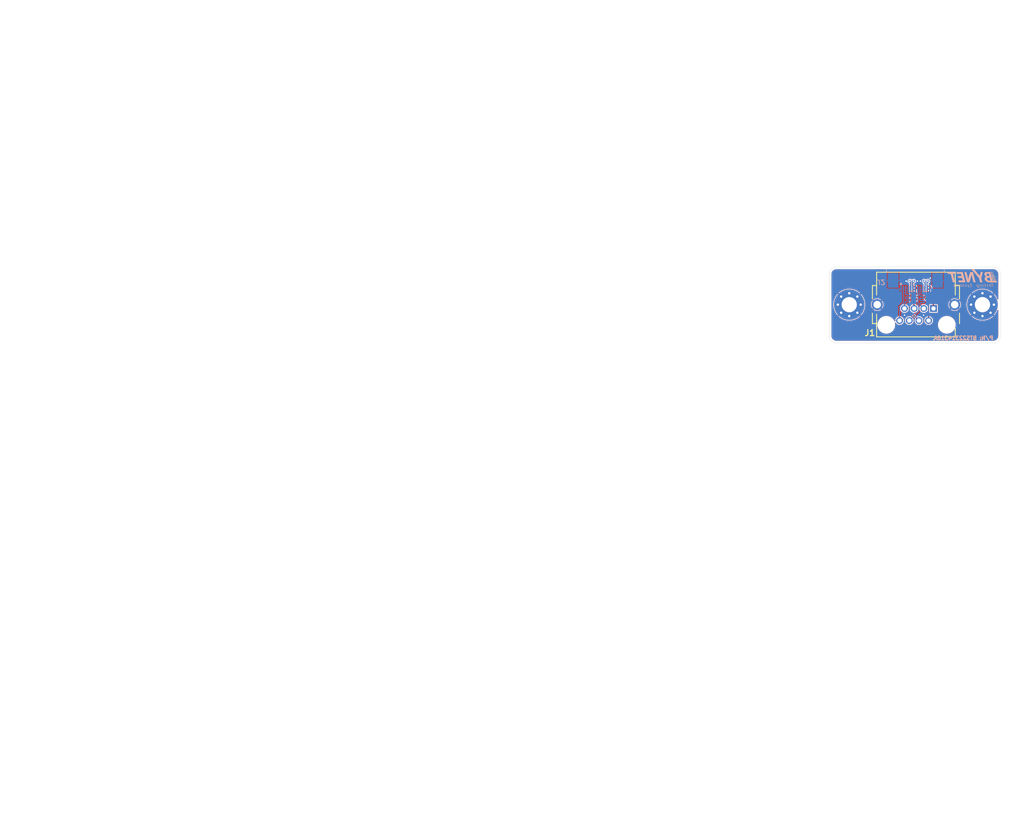
<source format=kicad_pcb>
(kicad_pcb (version 20221018) (generator pcbnew)
  (title_block (title "RJ45_Module") (date "2023-07-26") (rev "1.0") (comment 9 "P/N: ${PART_NUMBER}"))
  (layers (0 "F.Cu" signal) (1 "In1.Cu" signal) (2 "In2.Cu" signal) (31 "B.Cu" signal) (34 "B.Paste" user) (35 "F.Paste" user) (36 "B.SilkS" user "B.Silkscreen") (37 "F.SilkS" user "F.Silkscreen") (38 "B.Mask" user) (39 "F.Mask" user) (44 "Edge.Cuts" user))
  (property "PART_NUMBER" "BTS22314316A")
  (net 0 "")
  (net 1 "/ETH1_1P")
  (net 2 "/ETH1_1N")
  (net 3 "/ETH1_2P")
  (net 4 "/ETH1_3P")
  (net 5 "/ETH1_3N")
  (net 6 "/ETH1_2N")
  (net 7 "/ETH1_4P")
  (net 8 "/ETH1_4N")
  (net 9 "GNDPWR")
  (footprint "bynet_Connectors:RJHSE3380A1" (layer "F.Cu") (at 212.6236 84.5312)
    (fp_text reference "J1" (at -13.3586 5.1288) (layer "F.SilkS") (effects (font (size 1.27 1.27) (thickness 0.254))))
    (fp_text value "RJHSE3380A1" hide)
    (pad "" np_thru_hole circle (at -9.9 3.43) (size 3.25 3.25) (drill 3.25) (layers "*.Cu" "*.Mask"))
    (pad "" np_thru_hole circle (at 2.8 3.43) (size 3.25 3.25) (drill 3.25) (layers "*.Cu" "*.Mask"))
    (pad "1" thru_hole rect (at 0 0) (size 1.446 1.446) (drill 0.89) (layers "*.Cu" "*.Mask") (net 1 "/ETH1_1P"))
    (pad "2" thru_hole circle (at -1.02 2.54) (size 1.446 1.446) (drill 0.89) (layers "*.Cu" "*.Mask") (net 2 "/ETH1_1N"))
    (pad "3" thru_hole circle (at -2.03 0) (size 1.446 1.446) (drill 0.89) (layers "*.Cu" "*.Mask") (net 3 "/ETH1_2P"))
    (pad "4" thru_hole circle (at -3.05 2.54) (size 1.446 1.446) (drill 0.89) (layers "*.Cu" "*.Mask") (net 4 "/ETH1_3P"))
    (pad "5" thru_hole circle (at -4.06 0) (size 1.446 1.446) (drill 0.89) (layers "*.Cu" "*.Mask") (net 5 "/ETH1_3N"))
    (pad "6" thru_hole circle (at -5.08 2.54) (size 1.446 1.446) (drill 0.89) (layers "*.Cu" "*.Mask") (net 6 "/ETH1_2N"))
    (pad "7" thru_hole circle (at -6.09 0) (size 1.446 1.446) (drill 0.89) (layers "*.Cu" "*.Mask") (net 7 "/ETH1_4P"))
    (pad "8" thru_hole circle (at -7.11 2.54) (size 1.446 1.446) (drill 0.89) (layers "*.Cu" "*.Mask") (net 8 "/ETH1_4N"))
    (pad "SH" thru_hole circle (at -11.81 -0.81) (size 2.355 2.355) (drill 1.57) (layers "*.Cu" "*.Mask") (net 9 "GNDPWR"))
    (pad "SH" thru_hole circle (at 4.45 -0.81) (size 2.355 2.355) (drill 1.57) (layers "*.Cu" "*.Mask") (net 9 "GNDPWR"))
  )
  (footprint "MountingHole:MountingHole_3.2mm_M3_Pad_Via" (layer "F.Cu") (at 222.905 83.73)
    (fp_text reference "MH2" hide)
    (fp_text value "MountingHole_Pad")
    (pad "1" thru_hole circle (at -2.4 0) (size 0.8 0.8) (drill 0.5) (layers "*.Cu" "*.Mask") (net 9 "GNDPWR"))
    (pad "1" thru_hole circle (at -1.697056 -1.697056) (size 0.8 0.8) (drill 0.5) (layers "*.Cu" "*.Mask") (net 9 "GNDPWR"))
    (pad "1" thru_hole circle (at -1.697056 1.697056) (size 0.8 0.8) (drill 0.5) (layers "*.Cu" "*.Mask") (net 9 "GNDPWR"))
    (pad "1" thru_hole circle (at 0 -2.4) (size 0.8 0.8) (drill 0.5) (layers "*.Cu" "*.Mask") (net 9 "GNDPWR"))
    (pad "1" thru_hole circle (at 0 0) (size 6.4 6.4) (drill 3.2) (layers "*.Cu" "*.Mask") (net 9 "GNDPWR"))
    (pad "1" thru_hole circle (at 0 2.4) (size 0.8 0.8) (drill 0.5) (layers "*.Cu" "*.Mask") (net 9 "GNDPWR"))
    (pad "1" thru_hole circle (at 1.697056 -1.697056) (size 0.8 0.8) (drill 0.5) (layers "*.Cu" "*.Mask") (net 9 "GNDPWR"))
    (pad "1" thru_hole circle (at 1.697056 1.697056) (size 0.8 0.8) (drill 0.5) (layers "*.Cu" "*.Mask") (net 9 "GNDPWR"))
    (pad "1" thru_hole circle (at 2.4 0) (size 0.8 0.8) (drill 0.5) (layers "*.Cu" "*.Mask") (net 9 "GNDPWR"))
  )
  (footprint "MountingHole:MountingHole_3.2mm_M3_Pad_Via" (layer "F.Cu") (at 194.942 83.73)
    (fp_text reference "MH1" hide)
    (fp_text value "MountingHole_Pad")
    (pad "1" thru_hole circle (at -2.4 0) (size 0.8 0.8) (drill 0.5) (layers "*.Cu" "*.Mask") (net 9 "GNDPWR"))
    (pad "1" thru_hole circle (at -1.697056 -1.697056) (size 0.8 0.8) (drill 0.5) (layers "*.Cu" "*.Mask") (net 9 "GNDPWR"))
    (pad "1" thru_hole circle (at -1.697056 1.697056) (size 0.8 0.8) (drill 0.5) (layers "*.Cu" "*.Mask") (net 9 "GNDPWR"))
    (pad "1" thru_hole circle (at 0 -2.4) (size 0.8 0.8) (drill 0.5) (layers "*.Cu" "*.Mask") (net 9 "GNDPWR"))
    (pad "1" thru_hole circle (at 0 0) (size 6.4 6.4) (drill 3.2) (layers "*.Cu" "*.Mask") (net 9 "GNDPWR"))
    (pad "1" thru_hole circle (at 0 2.4) (size 0.8 0.8) (drill 0.5) (layers "*.Cu" "*.Mask") (net 9 "GNDPWR"))
    (pad "1" thru_hole circle (at 1.697056 -1.697056) (size 0.8 0.8) (drill 0.5) (layers "*.Cu" "*.Mask") (net 9 "GNDPWR"))
    (pad "1" thru_hole circle (at 1.697056 1.697056) (size 0.8 0.8) (drill 0.5) (layers "*.Cu" "*.Mask") (net 9 "GNDPWR"))
    (pad "1" thru_hole circle (at 2.4 0) (size 0.8 0.8) (drill 0.5) (layers "*.Cu" "*.Mask") (net 9 "GNDPWR"))
  )
  (footprint "bynet_Logos:BYNET_LOGO_4000x4000" (layer "B.Cu") (at 221.172645 78.229885 180)
    (fp_text reference " " (at 0 0) (layer "B.SilkS") (effects (font (size 1.524 1.524) (thickness 0.3)) (justify mirror)))
    (fp_text value "LOGO" hide)
  )
  (footprint "Connector_FFC-FPC:TE_1-1734839-3_1x13-1MP_P0.5mm_Horizontal" (layer "B.Cu") (at 208.812355 78.98)
    (fp_text reference "J2" (at -7.197355 0.01 180 unlocked) (layer "B.SilkS") (effects (justify mirror)))
    (fp_text value "Conn_01x13_MountingPin")
    (pad "1" smd rect (at -3 1.35) (size 0.3 1.1) (layers "B.Cu" "B.Paste" "B.Mask") (net 9 "GNDPWR"))
    (pad "2" smd rect (at -2.5 1.35) (size 0.3 1.1) (layers "B.Cu" "B.Paste" "B.Mask") (net 8 "/ETH1_4N"))
    (pad "3" smd rect (at -2 1.35) (size 0.3 1.1) (layers "B.Cu" "B.Paste" "B.Mask") (net 7 "/ETH1_4P"))
    (pad "4" smd rect (at -1.5 1.35) (size 0.3 1.1) (layers "B.Cu" "B.Paste" "B.Mask") (net 9 "GNDPWR"))
    (pad "5" smd rect (at -1 1.35) (size 0.3 1.1) (layers "B.Cu" "B.Paste" "B.Mask") (net 4 "/ETH1_3P"))
    (pad "6" smd rect (at -0.5 1.35) (size 0.3 1.1) (layers "B.Cu" "B.Paste" "B.Mask") (net 5 "/ETH1_3N"))
    (pad "7" smd rect (at 0 1.35) (size 0.3 1.1) (layers "B.Cu" "B.Paste" "B.Mask") (net 9 "GNDPWR"))
    (pad "8" smd rect (at 0.5 1.35) (size 0.3 1.1) (layers "B.Cu" "B.Paste" "B.Mask") (net 6 "/ETH1_2N"))
    (pad "9" smd rect (at 1 1.35) (size 0.3 1.1) (layers "B.Cu" "B.Paste" "B.Mask") (net 3 "/ETH1_2P"))
    (pad "10" smd rect (at 1.5 1.35) (size 0.3 1.1) (layers "B.Cu" "B.Paste" "B.Mask") (net 9 "GNDPWR"))
    (pad "11" smd rect (at 2 1.35) (size 0.3 1.1) (layers "B.Cu" "B.Paste" "B.Mask") (net 2 "/ETH1_1N"))
    (pad "12" smd rect (at 2.5 1.35) (size 0.3 1.1) (layers "B.Cu" "B.Paste" "B.Mask") (net 1 "/ETH1_1P"))
    (pad "13" smd rect (at 3 1.35) (size 0.3 1.1) (layers "B.Cu" "B.Paste" "B.Mask") (net 9 "GNDPWR"))
    (pad "MP" smd rect (at -4.67 -0.35) (size 2.3 3.1) (layers "B.Cu" "B.Paste" "B.Mask") (net 9 "GNDPWR"))
    (pad "MP" smd rect (at 4.67 -0.35) (size 2.3 3.1) (layers "B.Cu" "B.Paste" "B.Mask") (net 9 "GNDPWR"))
  )
  (gr_line (start 225.185 91.796) (end 192.233 91.796) (stroke (width 0.05)) (layer "Edge.Cuts"))
  (gr_arc (start 226.712 90.272) (mid 226.265631 91.349631) (end 225.188 91.796) (stroke (width 0.05)) (layer "Edge.Cuts"))
  (gr_arc (start 192.233 91.796) (mid 191.155369 91.349631) (end 190.709 90.272) (stroke (width 0.05)) (layer "Edge.Cuts"))
  (gr_line (start 190.709 90.272) (end 190.709 77.32) (stroke (width 0.05)) (layer "Edge.Cuts"))
  (gr_line (start 226.712 77.32) (end 226.712 90.272) (stroke (width 0.05)) (layer "Edge.Cuts"))
  (gr_arc (start 225.188 75.796) (mid 226.265631 76.242369) (end 226.712 77.32) (stroke (width 0.05)) (layer "Edge.Cuts"))
  (gr_arc (start 190.709 77.32) (mid 191.155369 76.242369) (end 192.233 75.796) (stroke (width 0.05)) (layer "Edge.Cuts"))
  (gr_line (start 192.232 75.796) (end 225.185 75.796) (stroke (width 0.05)) (layer "Edge.Cuts"))
  (gr_text "P/N: ${PART_NUMBER}\n" (at 225.295 90.75) (layer "B.SilkS") (effects (font (size 0.8 0.8) (thickness 0.2)) (justify left mirror)))
  (segment (start 211.565556 79.88) (end 211.79455 79.88) (width 0.2286) (layer "F.Cu") (net 1))
  (segment (start 211.265556 81.98) (end 211.265556 82.320556) (width 0.2286) (layer "F.Cu") (net 1))
  (segment (start 211.265556 82.320556) (end 212.6236 83.6786) (width 0.2286) (layer "F.Cu") (net 1))
  (segment (start 212.6236 83.6786) (end 212.6236 84.5312) (width 0.2286) (layer "F.Cu") (net 1))
  (segment (start 211.451255 78.778772) (end 211.265556 78.964471) (width 0.2286) (layer "F.Cu") (net 1))
  (segment (start 211.565556 81.08) (end 211.794558 81.08) (width 0.2286) (layer "F.Cu") (net 1))
  (segment (start 211.265556 78.964471) (end 211.265556 79.58) (width 0.2286) (layer "F.Cu") (net 1))
  (segment (start 211.79455 80.48) (end 211.565556 80.48) (width 0.2286) (layer "F.Cu") (net 1))
  (segment (start 211.794558 81.68) (end 211.565556 81.68) (width 0.2286) (layer "F.Cu") (net 1))
  (via (at 211.451255 78.778772) (size 0.6) (drill 0.3) (layers "F.Cu" "B.Cu") (net 1))
  (arc (start 211.79455 79.88) (mid 212.006682 79.967868) (end 212.09455 80.18) (width 0.2286) (layer "F.Cu") (net 1))
  (arc (start 211.265556 79.58) (mid 211.353424 79.792132) (end 211.565556 79.88) (width 0.2286) (layer "F.Cu") (net 1))
  (arc (start 212.09455 80.18) (mid 212.006682 80.392132) (end 211.79455 80.48) (width 0.2286) (layer "F.Cu") (net 1))
  (arc (start 211.794558 81.08) (mid 212.00669 81.167868) (end 212.094558 81.38) (width 0.2286) (layer "F.Cu") (net 1))
  (arc (start 211.565556 81.68) (mid 211.353424 81.767868) (end 211.265556 81.98) (width 0.2286) (layer "F.Cu") (net 1))
  (arc (start 211.265556 80.78) (mid 211.353424 80.992132) (end 211.565556 81.08) (width 0.2286) (layer "F.Cu") (net 1))
  (arc (start 212.094558 81.38) (mid 212.00669 81.592132) (end 211.794558 81.68) (width 0.2286) (layer "F.Cu") (net 1))
  (arc (start 211.565556 80.48) (mid 211.353424 80.567868) (end 211.265556 80.78) (width 0.2286) (layer "F.Cu") (net 1))
  (segment (start 211.265556 78.964471) (end 211.451255 78.778772) (width 0.2286) (layer "B.Cu") (net 1))
  (segment (start 211.312355 80.33) (end 211.265556 80.283201) (width 0.2286) (layer "B.Cu") (net 1))
  (segment (start 211.265556 80.283201) (end 211.265556 78.964471) (width 0.2286) (layer "B.Cu") (net 1))
  (segment (start 210.673455 78.778772) (end 210.859154 78.964471) (width 0.2286) (layer "F.Cu") (net 2))
  (segment (start 211.6036 83.197416) (end 211.6036 87.0712) (width 0.2286) (layer "F.Cu") (net 2))
  (segment (start 210.859154 82.45297) (end 211.6036 83.197416) (width 0.2286) (layer "F.Cu") (net 2))
  (segment (start 210.859154 78.964471) (end 210.859154 82.45297) (width 0.2286) (layer "F.Cu") (net 2))
  (via (at 210.673455 78.778772) (size 0.6) (drill 0.3) (layers "F.Cu" "B.Cu") (net 2))
  (segment (start 210.859154 78.964471) (end 210.673455 78.778772) (width 0.2286) (layer "B.Cu") (net 2))
  (segment (start 210.812355 80.33) (end 210.859154 80.283201) (width 0.2286) (layer "B.Cu") (net 2))
  (segment (start 210.859154 80.283201) (end 210.859154 78.964471) (width 0.2286) (layer "B.Cu") (net 2))
  (segment (start 209.812355 80.33) (end 209.812355 81.155001) (width 0.2286) (layer "B.Cu") (net 3))
  (segment (start 209.740155 83.53) (end 209.740155 83.677755) (width 0.2286) (layer "B.Cu") (net 3))
  (segment (start 209.965155 82.855) (end 210.484997 82.855) (width 0.2286) (layer "B.Cu") (net 3))
  (segment (start 209.965155 81.955) (end 210.485021 81.955) (width 0.2286) (layer "B.Cu") (net 3))
  (segment (start 210.484997 83.305) (end 209.965155 83.305) (width 0.2286) (layer "B.Cu") (net 3))
  (segment (start 209.740155 83.677755) (end 210.5936 84.5312) (width 0.2286) (layer "B.Cu") (net 3))
  (segment (start 209.812355 81.155001) (end 209.740155 81.227201) (width 0.2286) (layer "B.Cu") (net 3))
  (segment (start 210.485021 82.405) (end 209.965155 82.405) (width 0.2286) (layer "B.Cu") (net 3))
  (segment (start 209.740155 81.227201) (end 209.740155 81.73) (width 0.2286) (layer "B.Cu") (net 3))
  (arc (start 210.710021 82.18) (mid 210.64412 82.339099) (end 210.485021 82.405) (width 0.2286) (layer "B.Cu") (net 3))
  (arc (start 209.740155 81.73) (mid 209.806056 81.889099) (end 209.965155 81.955) (width 0.2286) (layer "B.Cu") (net 3))
  (arc (start 209.740155 82.63) (mid 209.806056 82.789099) (end 209.965155 82.855) (width 0.2286) (layer "B.Cu") (net 3))
  (arc (start 210.485021 81.955) (mid 210.64412 82.020901) (end 210.710021 82.18) (width 0.2286) (layer "B.Cu") (net 3))
  (arc (start 210.709997 83.08) (mid 210.644096 83.239099) (end 210.484997 83.305) (width 0.2286) (layer "B.Cu") (net 3))
  (arc (start 210.484997 82.855) (mid 210.644096 82.920901) (end 210.709997 83.08) (width 0.2286) (layer "B.Cu") (net 3))
  (arc (start 209.965155 83.305) (mid 209.806056 83.370901) (end 209.740155 83.53) (width 0.2286) (layer "B.Cu") (net 3))
  (arc (start 209.965155 82.405) (mid 209.806056 82.470901) (end 209.740155 82.63) (width 0.2286) (layer "B.Cu") (net 3))
  (segment (start 209.5736 87.0712) (end 209.5662 87.0712) (width 0.2286) (layer "F.Cu") (net 4))
  (segment (start 207.5739 83.7811) (end 207.859155 83.495845) (width 0.2286) (layer "F.Cu") (net 4))
  (segment (start 207.859155 83.495845) (end 207.859154 78.985854) (width 0.2286) (layer "F.Cu") (net 4))
  (segment (start 207.859154 78.985854) (end 207.673455 78.800155) (width 0.2286) (layer "F.Cu") (net 4))
  (segment (start 209.5662 87.0712) (end 207.5739 85.0789) (width 0.2286) (layer "F.Cu") (net 4))
  (segment (start 207.5739 85.0789) (end 207.5739 83.7811) (width 0.2286) (layer "F.Cu") (net 4))
  (via (at 207.673455 78.800155) (size 0.6) (drill 0.3) (layers "F.Cu" "B.Cu") (net 4))
  (segment (start 207.859154 78.985854) (end 207.673455 78.800155) (width 0.2286) (layer "B.Cu") (net 4))
  (segment (start 207.812355 80.33) (end 207.859154 80.283201) (width 0.2286) (layer "B.Cu") (net 4))
  (segment (start 207.859154 80.283201) (end 207.859154 78.985854) (width 0.2286) (layer "B.Cu") (net 4))
  (segment (start 208.565555 82.32) (end 208.783953 82.32) (width 0.2286) (layer "F.Cu") (net 5))
  (segment (start 208.783956 80.52) (end 208.565555 80.52) (width 0.2286) (layer "F.Cu") (net 5))
  (segment (start 208.265555 78.985855) (end 208.451255 78.800155) (width 0.2286) (layer "F.Cu") (net 5))
  (segment (start 208.565555 81.12) (end 208.78395 81.12) (width 0.2286) (layer "F.Cu") (net 5))
  (segment (start 208.265555 83.22) (end 208.265555 83.450555) (width 0.2286) (layer "F.Cu") (net 5))
  (segment (start 208.783953 82.92) (end 208.565555 82.92) (width 0.2286) (layer "F.Cu") (net 5))
  (segment (start 208.565555 79.92) (end 208.783956 79.92) (width 0.2286) (layer "F.Cu") (net 5))
  (segment (start 208.5636 83.7486) (end 208.5636 84.5312) (width 0.2286) (layer "F.Cu") (net 5))
  (segment (start 208.265555 79.62) (end 208.265555 78.985855) (width 0.2286) (layer "F.Cu") (net 5))
  (segment (start 208.265555 83.450555) (end 208.5636 83.7486) (width 0.2286) (layer "F.Cu") (net 5))
  (segment (start 208.78395 81.72) (end 208.565555 81.72) (width 0.2286) (layer "F.Cu") (net 5))
  (via (at 208.451255 78.800155) (size 0.6) (drill 0.3) (layers "F.Cu" "B.Cu") (net 5))
  (arc (start 208.565555 81.72) (mid 208.353423 81.807868) (end 208.265555 82.02) (width 0.2286) (layer "F.Cu") (net 5))
  (arc (start 208.265555 80.82) (mid 208.353423 81.032132) (end 208.565555 81.12) (width 0.2286) (layer "F.Cu") (net 5))
  (arc (start 208.565555 80.52) (mid 208.353423 80.607868) (end 208.265555 80.82) (width 0.2286) (layer "F.Cu") (net 5))
  (arc (start 209.08395 81.42) (mid 208.996082 81.632132) (end 208.78395 81.72) (width 0.2286) (layer "F.Cu") (net 5))
  (arc (start 208.783953 82.32) (mid 208.996085 82.407868) (end 209.083953 82.62) (width 0.2286) (layer "F.Cu") (net 5))
  (arc (start 209.083956 80.22) (mid 208.996088 80.432132) (end 208.783956 80.52) (width 0.2286) (layer "F.Cu") (net 5))
  (arc (start 208.565555 82.92) (mid 208.353423 83.007868) (end 208.265555 83.22) (width 0.2286) (layer "F.Cu") (net 5))
  (arc (start 208.78395 81.12) (mid 208.996082 81.207868) (end 209.08395 81.42) (width 0.2286) (layer "F.Cu") (net 5))
  (arc (start 208.265555 82.02) (mid 208.353423 82.232132) (end 208.565555 82.32) (width 0.2286) (layer "F.Cu") (net 5))
  (arc (start 208.265555 79.62) (mid 208.353423 79.832132) (end 208.565555 79.92) (width 0.2286) (layer "F.Cu") (net 5))
  (arc (start 208.783956 79.92) (mid 208.996088 80.007868) (end 209.083956 80.22) (width 0.2286) (layer "F.Cu") (net 5))
  (arc (start 209.083953 82.62) (mid 208.996085 82.832132) (end 208.783953 82.92) (width 0.2286) (layer "F.Cu") (net 5))
  (segment (start 208.265556 80.283201) (end 208.265556 78.985854) (width 0.2286) (layer "B.Cu") (net 5))
  (segment (start 208.312355 80.33) (end 208.265556 80.283201) (width 0.2286) (layer "B.Cu") (net 5))
  (segment (start 208.312355 80.33) (end 208.265557 80.283202) (width 0.2286) (layer "B.Cu") (net 5))
  (segment (start 208.265556 78.985854) (end 208.451255 78.800155) (width 0.2286) (layer "B.Cu") (net 5))
  (segment (start 209.575 85.0398) (end 209.575 84.07) (width 0.2286) (layer "B.Cu") (net 6))
  (segment (start 209.575 84.07) (end 209.359155 83.854155) (width 0.2286) (layer "B.Cu") (net 6))
  (segment (start 209.312355 81.155001) (end 209.312355 80.33) (width 0.2286) (layer "B.Cu") (net 6))
  (segment (start 209.359155 83.854155) (end 209.359155 81.201801) (width 0.2286) (layer "B.Cu") (net 6))
  (segment (start 209.359155 81.201801) (end 209.312355 81.155001) (width 0.2286) (layer "B.Cu") (net 6))
  (segment (start 207.5436 87.0712) (end 209.575 85.0398) (width 0.2286) (layer "B.Cu") (net 6))
  (segment (start 207.432252 81.625) (end 206.990555 81.625) (width 0.2286) (layer "B.Cu") (net 7))
  (segment (start 206.5336 84.5312) (end 206.5336 83.660215) (width 0.2286) (layer "B.Cu") (net 7))
  (segment (start 206.990555 82.075) (end 207.432252 82.075) (width 0.2286) (layer "B.Cu") (net 7))
  (segment (start 206.5336 83.660215) (end 206.765555 83.42826) (width 0.2286) (layer "B.Cu") (net 7))
  (segment (start 207.432249 82.525) (end 206.990555 82.525) (width 0.2286) (layer "B.Cu") (net 7))
  (segment (start 206.765555 83.42826) (end 206.765555 83.2) (width 0.2286) (layer "B.Cu") (net 7))
  (segment (start 206.765555 81.201801) (end 206.812355 81.155001) (width 0.2286) (layer "B.Cu") (net 7))
  (segment (start 206.812355 81.155001) (end 206.812355 80.33) (width 0.2286) (layer "B.Cu") (net 7))
  (segment (start 206.990555 82.975) (end 207.432249 82.975) (width 0.2286) (layer "B.Cu") (net 7))
  (segment (start 206.765555 81.4) (end 206.765555 81.201801) (width 0.2286) (layer "B.Cu") (net 7))
  (arc (start 207.432252 82.075) (mid 207.591351 82.009099) (end 207.657252 81.85) (width 0.2286) (layer "B.Cu") (net 7))
  (arc (start 206.765555 83.2) (mid 206.831456 83.040901) (end 206.990555 82.975) (width 0.2286) (layer "B.Cu") (net 7))
  (arc (start 207.432249 82.975) (mid 207.591348 82.909099) (end 207.657249 82.75) (width 0.2286) (layer "B.Cu") (net 7))
  (arc (start 206.990555 82.525) (mid 206.831456 82.459099) (end 206.765555 82.3) (width 0.2286) (layer "B.Cu") (net 7))
  (arc (start 207.657249 82.75) (mid 207.591348 82.590901) (end 207.432249 82.525) (width 0.2286) (layer "B.Cu") (net 7))
  (arc (start 206.765555 82.3) (mid 206.831456 82.140901) (end 206.990555 82.075) (width 0.2286) (layer "B.Cu") (net 7))
  (arc (start 206.990555 81.625) (mid 206.831456 81.559099) (end 206.765555 81.4) (width 0.2286) (layer "B.Cu") (net 7))
  (arc (start 207.657252 81.85) (mid 207.591351 81.690901) (end 207.432252 81.625) (width 0.2286) (layer "B.Cu") (net 7))
  (segment (start 205.5136 84.1414) (end 205.5136 87.0712) (width 0.2286) (layer "B.Cu") (net 8))
  (segment (start 206.312355 80.33) (end 206.312355 81.155001) (width 0.2286) (layer "B.Cu") (net 8))
  (segment (start 206.312355 81.155001) (end 206.359155 81.201801) (width 0.2286) (layer "B.Cu") (net 8))
  (segment (start 206.359155 81.201801) (end 206.359155 83.295845) (width 0.2286) (layer "B.Cu") (net 8))
  (segment (start 206.359155 83.295845) (end 205.5136 84.1414) (width 0.2286) (layer "B.Cu") (net 8))
  (via (at 206.545 85.93) (size 0.6) (drill 0.3) (layers "F.Cu" "B.Cu") (net 9))
  (via (at 211.956142 78.158858) (size 0.6) (drill 0.3) (layers "F.Cu" "B.Cu") (net 9))
  (via (at 209.873956 78.781118) (size 0.6) (drill 0.3) (layers "F.Cu" "B.Cu") (net 9))
  (via (at 210.555 85.95) (size 0.6) (drill 0.3) (layers "F.Cu" "B.Cu") (net 9))
  (via (at 206.873953 78.799958) (size 0.6) (drill 0.3) (layers "F.Cu" "B.Cu") (net 9))
  (via (at 209.250265 78.772087) (size 0.6) (drill 0.3) (layers "F.Cu" "B.Cu") (net 9))
  (zone (net 9) (net_name "GNDPWR") (layers "F&B.Cu") (connect_pads (clearance 0.2032)) (min_thickness 0.1524) (fill yes (thermal_gap 0.1524) (thermal_bridge_width 0.254))
    (polygon (pts (xy 189.89 72.136) (xy 231.6476 72.136) (xy 231.6476 99.06) (xy 189.89 99.06)))
  )
)
</source>
